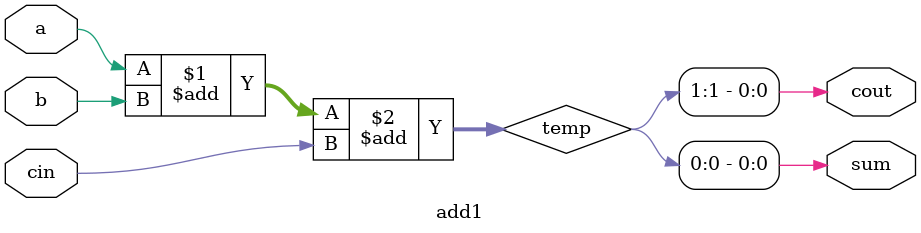
<source format=v>
module top_module(
    input [31:0] a,
    input [31:0] b,
    output [31:0] sum
);

    wire cout1, cout2;

    add16 add16_inst1(
        .a(a[15:0]),
        .b(b[15:0]),
        .cin(0),
        .sum(sum[15:0]),
        .cout(cout1)
    );

    add16 add16_inst2(
        .a(a[31:16]),
        .b(b[31:16]),
        .cin(cout1),
        .sum(sum[31:16]),
        .cout(cout2)
    );


endmodule


module add1(
    input a,
    input b, 
    input cin, 
    output sum,
    output cout
);
    wire [1:0] temp;
    
    assign temp = a + b + cin;
    assign sum = temp[0];
    assign cout = temp[1];

endmodule
</source>
